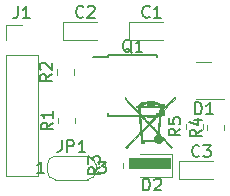
<source format=gbr>
%TF.GenerationSoftware,KiCad,Pcbnew,7.0.1-0*%
%TF.CreationDate,2023-04-25T00:20:10+03:00*%
%TF.ProjectId,power switch with delay,706f7765-7220-4737-9769-746368207769,rev?*%
%TF.SameCoordinates,Original*%
%TF.FileFunction,Legend,Top*%
%TF.FilePolarity,Positive*%
%FSLAX46Y46*%
G04 Gerber Fmt 4.6, Leading zero omitted, Abs format (unit mm)*
G04 Created by KiCad (PCBNEW 7.0.1-0) date 2023-04-25 00:20:10*
%MOMM*%
%LPD*%
G01*
G04 APERTURE LIST*
%ADD10C,0.150000*%
%ADD11C,0.010000*%
%ADD12C,0.120000*%
G04 APERTURE END LIST*
D10*
%TO.C,R5*%
X128612619Y-98079166D02*
X128136428Y-98412499D01*
X128612619Y-98650594D02*
X127612619Y-98650594D01*
X127612619Y-98650594D02*
X127612619Y-98269642D01*
X127612619Y-98269642D02*
X127660238Y-98174404D01*
X127660238Y-98174404D02*
X127707857Y-98126785D01*
X127707857Y-98126785D02*
X127803095Y-98079166D01*
X127803095Y-98079166D02*
X127945952Y-98079166D01*
X127945952Y-98079166D02*
X128041190Y-98126785D01*
X128041190Y-98126785D02*
X128088809Y-98174404D01*
X128088809Y-98174404D02*
X128136428Y-98269642D01*
X128136428Y-98269642D02*
X128136428Y-98650594D01*
X127612619Y-97174404D02*
X127612619Y-97650594D01*
X127612619Y-97650594D02*
X128088809Y-97698213D01*
X128088809Y-97698213D02*
X128041190Y-97650594D01*
X128041190Y-97650594D02*
X127993571Y-97555356D01*
X127993571Y-97555356D02*
X127993571Y-97317261D01*
X127993571Y-97317261D02*
X128041190Y-97222023D01*
X128041190Y-97222023D02*
X128088809Y-97174404D01*
X128088809Y-97174404D02*
X128184047Y-97126785D01*
X128184047Y-97126785D02*
X128422142Y-97126785D01*
X128422142Y-97126785D02*
X128517380Y-97174404D01*
X128517380Y-97174404D02*
X128565000Y-97222023D01*
X128565000Y-97222023D02*
X128612619Y-97317261D01*
X128612619Y-97317261D02*
X128612619Y-97555356D01*
X128612619Y-97555356D02*
X128565000Y-97650594D01*
X128565000Y-97650594D02*
X128517380Y-97698213D01*
%TO.C,R4*%
X130412619Y-98166666D02*
X129936428Y-98499999D01*
X130412619Y-98738094D02*
X129412619Y-98738094D01*
X129412619Y-98738094D02*
X129412619Y-98357142D01*
X129412619Y-98357142D02*
X129460238Y-98261904D01*
X129460238Y-98261904D02*
X129507857Y-98214285D01*
X129507857Y-98214285D02*
X129603095Y-98166666D01*
X129603095Y-98166666D02*
X129745952Y-98166666D01*
X129745952Y-98166666D02*
X129841190Y-98214285D01*
X129841190Y-98214285D02*
X129888809Y-98261904D01*
X129888809Y-98261904D02*
X129936428Y-98357142D01*
X129936428Y-98357142D02*
X129936428Y-98738094D01*
X129745952Y-97309523D02*
X130412619Y-97309523D01*
X129365000Y-97547618D02*
X130079285Y-97785713D01*
X130079285Y-97785713D02*
X130079285Y-97166666D01*
%TO.C,R3*%
X121812619Y-101366666D02*
X121336428Y-101699999D01*
X121812619Y-101938094D02*
X120812619Y-101938094D01*
X120812619Y-101938094D02*
X120812619Y-101557142D01*
X120812619Y-101557142D02*
X120860238Y-101461904D01*
X120860238Y-101461904D02*
X120907857Y-101414285D01*
X120907857Y-101414285D02*
X121003095Y-101366666D01*
X121003095Y-101366666D02*
X121145952Y-101366666D01*
X121145952Y-101366666D02*
X121241190Y-101414285D01*
X121241190Y-101414285D02*
X121288809Y-101461904D01*
X121288809Y-101461904D02*
X121336428Y-101557142D01*
X121336428Y-101557142D02*
X121336428Y-101938094D01*
X120812619Y-101033332D02*
X120812619Y-100414285D01*
X120812619Y-100414285D02*
X121193571Y-100747618D01*
X121193571Y-100747618D02*
X121193571Y-100604761D01*
X121193571Y-100604761D02*
X121241190Y-100509523D01*
X121241190Y-100509523D02*
X121288809Y-100461904D01*
X121288809Y-100461904D02*
X121384047Y-100414285D01*
X121384047Y-100414285D02*
X121622142Y-100414285D01*
X121622142Y-100414285D02*
X121717380Y-100461904D01*
X121717380Y-100461904D02*
X121765000Y-100509523D01*
X121765000Y-100509523D02*
X121812619Y-100604761D01*
X121812619Y-100604761D02*
X121812619Y-100890475D01*
X121812619Y-100890475D02*
X121765000Y-100985713D01*
X121765000Y-100985713D02*
X121717380Y-101033332D01*
%TO.C,R2*%
X117725119Y-93454166D02*
X117248928Y-93787499D01*
X117725119Y-94025594D02*
X116725119Y-94025594D01*
X116725119Y-94025594D02*
X116725119Y-93644642D01*
X116725119Y-93644642D02*
X116772738Y-93549404D01*
X116772738Y-93549404D02*
X116820357Y-93501785D01*
X116820357Y-93501785D02*
X116915595Y-93454166D01*
X116915595Y-93454166D02*
X117058452Y-93454166D01*
X117058452Y-93454166D02*
X117153690Y-93501785D01*
X117153690Y-93501785D02*
X117201309Y-93549404D01*
X117201309Y-93549404D02*
X117248928Y-93644642D01*
X117248928Y-93644642D02*
X117248928Y-94025594D01*
X116820357Y-93073213D02*
X116772738Y-93025594D01*
X116772738Y-93025594D02*
X116725119Y-92930356D01*
X116725119Y-92930356D02*
X116725119Y-92692261D01*
X116725119Y-92692261D02*
X116772738Y-92597023D01*
X116772738Y-92597023D02*
X116820357Y-92549404D01*
X116820357Y-92549404D02*
X116915595Y-92501785D01*
X116915595Y-92501785D02*
X117010833Y-92501785D01*
X117010833Y-92501785D02*
X117153690Y-92549404D01*
X117153690Y-92549404D02*
X117725119Y-93120832D01*
X117725119Y-93120832D02*
X117725119Y-92501785D01*
%TO.C,R1*%
X117812619Y-97566666D02*
X117336428Y-97899999D01*
X117812619Y-98138094D02*
X116812619Y-98138094D01*
X116812619Y-98138094D02*
X116812619Y-97757142D01*
X116812619Y-97757142D02*
X116860238Y-97661904D01*
X116860238Y-97661904D02*
X116907857Y-97614285D01*
X116907857Y-97614285D02*
X117003095Y-97566666D01*
X117003095Y-97566666D02*
X117145952Y-97566666D01*
X117145952Y-97566666D02*
X117241190Y-97614285D01*
X117241190Y-97614285D02*
X117288809Y-97661904D01*
X117288809Y-97661904D02*
X117336428Y-97757142D01*
X117336428Y-97757142D02*
X117336428Y-98138094D01*
X117812619Y-96614285D02*
X117812619Y-97185713D01*
X117812619Y-96899999D02*
X116812619Y-96899999D01*
X116812619Y-96899999D02*
X116955476Y-96995237D01*
X116955476Y-96995237D02*
X117050714Y-97090475D01*
X117050714Y-97090475D02*
X117098333Y-97185713D01*
%TO.C,Q1*%
X124504761Y-91657857D02*
X124409523Y-91610238D01*
X124409523Y-91610238D02*
X124314285Y-91515000D01*
X124314285Y-91515000D02*
X124171428Y-91372142D01*
X124171428Y-91372142D02*
X124076190Y-91324523D01*
X124076190Y-91324523D02*
X123980952Y-91324523D01*
X124028571Y-91562619D02*
X123933333Y-91515000D01*
X123933333Y-91515000D02*
X123838095Y-91419761D01*
X123838095Y-91419761D02*
X123790476Y-91229285D01*
X123790476Y-91229285D02*
X123790476Y-90895952D01*
X123790476Y-90895952D02*
X123838095Y-90705476D01*
X123838095Y-90705476D02*
X123933333Y-90610238D01*
X123933333Y-90610238D02*
X124028571Y-90562619D01*
X124028571Y-90562619D02*
X124219047Y-90562619D01*
X124219047Y-90562619D02*
X124314285Y-90610238D01*
X124314285Y-90610238D02*
X124409523Y-90705476D01*
X124409523Y-90705476D02*
X124457142Y-90895952D01*
X124457142Y-90895952D02*
X124457142Y-91229285D01*
X124457142Y-91229285D02*
X124409523Y-91419761D01*
X124409523Y-91419761D02*
X124314285Y-91515000D01*
X124314285Y-91515000D02*
X124219047Y-91562619D01*
X124219047Y-91562619D02*
X124028571Y-91562619D01*
X125409523Y-91562619D02*
X124838095Y-91562619D01*
X125123809Y-91562619D02*
X125123809Y-90562619D01*
X125123809Y-90562619D02*
X125028571Y-90705476D01*
X125028571Y-90705476D02*
X124933333Y-90800714D01*
X124933333Y-90800714D02*
X124838095Y-90848333D01*
%TO.C,JP1*%
X118566666Y-99062619D02*
X118566666Y-99776904D01*
X118566666Y-99776904D02*
X118519047Y-99919761D01*
X118519047Y-99919761D02*
X118423809Y-100015000D01*
X118423809Y-100015000D02*
X118280952Y-100062619D01*
X118280952Y-100062619D02*
X118185714Y-100062619D01*
X119042857Y-100062619D02*
X119042857Y-99062619D01*
X119042857Y-99062619D02*
X119423809Y-99062619D01*
X119423809Y-99062619D02*
X119519047Y-99110238D01*
X119519047Y-99110238D02*
X119566666Y-99157857D01*
X119566666Y-99157857D02*
X119614285Y-99253095D01*
X119614285Y-99253095D02*
X119614285Y-99395952D01*
X119614285Y-99395952D02*
X119566666Y-99491190D01*
X119566666Y-99491190D02*
X119519047Y-99538809D01*
X119519047Y-99538809D02*
X119423809Y-99586428D01*
X119423809Y-99586428D02*
X119042857Y-99586428D01*
X120566666Y-100062619D02*
X119995238Y-100062619D01*
X120280952Y-100062619D02*
X120280952Y-99062619D01*
X120280952Y-99062619D02*
X120185714Y-99205476D01*
X120185714Y-99205476D02*
X120090476Y-99300714D01*
X120090476Y-99300714D02*
X119995238Y-99348333D01*
X117085714Y-101862619D02*
X116514286Y-101862619D01*
X116800000Y-101862619D02*
X116800000Y-100862619D01*
X116800000Y-100862619D02*
X116704762Y-101005476D01*
X116704762Y-101005476D02*
X116609524Y-101100714D01*
X116609524Y-101100714D02*
X116514286Y-101148333D01*
X121666667Y-100862619D02*
X122285714Y-100862619D01*
X122285714Y-100862619D02*
X121952381Y-101243571D01*
X121952381Y-101243571D02*
X122095238Y-101243571D01*
X122095238Y-101243571D02*
X122190476Y-101291190D01*
X122190476Y-101291190D02*
X122238095Y-101338809D01*
X122238095Y-101338809D02*
X122285714Y-101434047D01*
X122285714Y-101434047D02*
X122285714Y-101672142D01*
X122285714Y-101672142D02*
X122238095Y-101767380D01*
X122238095Y-101767380D02*
X122190476Y-101815000D01*
X122190476Y-101815000D02*
X122095238Y-101862619D01*
X122095238Y-101862619D02*
X121809524Y-101862619D01*
X121809524Y-101862619D02*
X121714286Y-101815000D01*
X121714286Y-101815000D02*
X121666667Y-101767380D01*
%TO.C,J1*%
X114866666Y-87732619D02*
X114866666Y-88446904D01*
X114866666Y-88446904D02*
X114819047Y-88589761D01*
X114819047Y-88589761D02*
X114723809Y-88685000D01*
X114723809Y-88685000D02*
X114580952Y-88732619D01*
X114580952Y-88732619D02*
X114485714Y-88732619D01*
X115866666Y-88732619D02*
X115295238Y-88732619D01*
X115580952Y-88732619D02*
X115580952Y-87732619D01*
X115580952Y-87732619D02*
X115485714Y-87875476D01*
X115485714Y-87875476D02*
X115390476Y-87970714D01*
X115390476Y-87970714D02*
X115295238Y-88018333D01*
%TO.C,D2*%
X125461905Y-103312619D02*
X125461905Y-102312619D01*
X125461905Y-102312619D02*
X125700000Y-102312619D01*
X125700000Y-102312619D02*
X125842857Y-102360238D01*
X125842857Y-102360238D02*
X125938095Y-102455476D01*
X125938095Y-102455476D02*
X125985714Y-102550714D01*
X125985714Y-102550714D02*
X126033333Y-102741190D01*
X126033333Y-102741190D02*
X126033333Y-102884047D01*
X126033333Y-102884047D02*
X125985714Y-103074523D01*
X125985714Y-103074523D02*
X125938095Y-103169761D01*
X125938095Y-103169761D02*
X125842857Y-103265000D01*
X125842857Y-103265000D02*
X125700000Y-103312619D01*
X125700000Y-103312619D02*
X125461905Y-103312619D01*
X126414286Y-102407857D02*
X126461905Y-102360238D01*
X126461905Y-102360238D02*
X126557143Y-102312619D01*
X126557143Y-102312619D02*
X126795238Y-102312619D01*
X126795238Y-102312619D02*
X126890476Y-102360238D01*
X126890476Y-102360238D02*
X126938095Y-102407857D01*
X126938095Y-102407857D02*
X126985714Y-102503095D01*
X126985714Y-102503095D02*
X126985714Y-102598333D01*
X126985714Y-102598333D02*
X126938095Y-102741190D01*
X126938095Y-102741190D02*
X126366667Y-103312619D01*
X126366667Y-103312619D02*
X126985714Y-103312619D01*
%TO.C,D1*%
X129861905Y-96862619D02*
X129861905Y-95862619D01*
X129861905Y-95862619D02*
X130100000Y-95862619D01*
X130100000Y-95862619D02*
X130242857Y-95910238D01*
X130242857Y-95910238D02*
X130338095Y-96005476D01*
X130338095Y-96005476D02*
X130385714Y-96100714D01*
X130385714Y-96100714D02*
X130433333Y-96291190D01*
X130433333Y-96291190D02*
X130433333Y-96434047D01*
X130433333Y-96434047D02*
X130385714Y-96624523D01*
X130385714Y-96624523D02*
X130338095Y-96719761D01*
X130338095Y-96719761D02*
X130242857Y-96815000D01*
X130242857Y-96815000D02*
X130100000Y-96862619D01*
X130100000Y-96862619D02*
X129861905Y-96862619D01*
X131385714Y-96862619D02*
X130814286Y-96862619D01*
X131100000Y-96862619D02*
X131100000Y-95862619D01*
X131100000Y-95862619D02*
X131004762Y-96005476D01*
X131004762Y-96005476D02*
X130909524Y-96100714D01*
X130909524Y-96100714D02*
X130814286Y-96148333D01*
%TO.C,C3*%
X130233333Y-100387380D02*
X130185714Y-100435000D01*
X130185714Y-100435000D02*
X130042857Y-100482619D01*
X130042857Y-100482619D02*
X129947619Y-100482619D01*
X129947619Y-100482619D02*
X129804762Y-100435000D01*
X129804762Y-100435000D02*
X129709524Y-100339761D01*
X129709524Y-100339761D02*
X129661905Y-100244523D01*
X129661905Y-100244523D02*
X129614286Y-100054047D01*
X129614286Y-100054047D02*
X129614286Y-99911190D01*
X129614286Y-99911190D02*
X129661905Y-99720714D01*
X129661905Y-99720714D02*
X129709524Y-99625476D01*
X129709524Y-99625476D02*
X129804762Y-99530238D01*
X129804762Y-99530238D02*
X129947619Y-99482619D01*
X129947619Y-99482619D02*
X130042857Y-99482619D01*
X130042857Y-99482619D02*
X130185714Y-99530238D01*
X130185714Y-99530238D02*
X130233333Y-99577857D01*
X130566667Y-99482619D02*
X131185714Y-99482619D01*
X131185714Y-99482619D02*
X130852381Y-99863571D01*
X130852381Y-99863571D02*
X130995238Y-99863571D01*
X130995238Y-99863571D02*
X131090476Y-99911190D01*
X131090476Y-99911190D02*
X131138095Y-99958809D01*
X131138095Y-99958809D02*
X131185714Y-100054047D01*
X131185714Y-100054047D02*
X131185714Y-100292142D01*
X131185714Y-100292142D02*
X131138095Y-100387380D01*
X131138095Y-100387380D02*
X131090476Y-100435000D01*
X131090476Y-100435000D02*
X130995238Y-100482619D01*
X130995238Y-100482619D02*
X130709524Y-100482619D01*
X130709524Y-100482619D02*
X130614286Y-100435000D01*
X130614286Y-100435000D02*
X130566667Y-100387380D01*
%TO.C,C2*%
X120408333Y-88587380D02*
X120360714Y-88635000D01*
X120360714Y-88635000D02*
X120217857Y-88682619D01*
X120217857Y-88682619D02*
X120122619Y-88682619D01*
X120122619Y-88682619D02*
X119979762Y-88635000D01*
X119979762Y-88635000D02*
X119884524Y-88539761D01*
X119884524Y-88539761D02*
X119836905Y-88444523D01*
X119836905Y-88444523D02*
X119789286Y-88254047D01*
X119789286Y-88254047D02*
X119789286Y-88111190D01*
X119789286Y-88111190D02*
X119836905Y-87920714D01*
X119836905Y-87920714D02*
X119884524Y-87825476D01*
X119884524Y-87825476D02*
X119979762Y-87730238D01*
X119979762Y-87730238D02*
X120122619Y-87682619D01*
X120122619Y-87682619D02*
X120217857Y-87682619D01*
X120217857Y-87682619D02*
X120360714Y-87730238D01*
X120360714Y-87730238D02*
X120408333Y-87777857D01*
X120789286Y-87777857D02*
X120836905Y-87730238D01*
X120836905Y-87730238D02*
X120932143Y-87682619D01*
X120932143Y-87682619D02*
X121170238Y-87682619D01*
X121170238Y-87682619D02*
X121265476Y-87730238D01*
X121265476Y-87730238D02*
X121313095Y-87777857D01*
X121313095Y-87777857D02*
X121360714Y-87873095D01*
X121360714Y-87873095D02*
X121360714Y-87968333D01*
X121360714Y-87968333D02*
X121313095Y-88111190D01*
X121313095Y-88111190D02*
X120741667Y-88682619D01*
X120741667Y-88682619D02*
X121360714Y-88682619D01*
%TO.C,C1*%
X126008333Y-88587380D02*
X125960714Y-88635000D01*
X125960714Y-88635000D02*
X125817857Y-88682619D01*
X125817857Y-88682619D02*
X125722619Y-88682619D01*
X125722619Y-88682619D02*
X125579762Y-88635000D01*
X125579762Y-88635000D02*
X125484524Y-88539761D01*
X125484524Y-88539761D02*
X125436905Y-88444523D01*
X125436905Y-88444523D02*
X125389286Y-88254047D01*
X125389286Y-88254047D02*
X125389286Y-88111190D01*
X125389286Y-88111190D02*
X125436905Y-87920714D01*
X125436905Y-87920714D02*
X125484524Y-87825476D01*
X125484524Y-87825476D02*
X125579762Y-87730238D01*
X125579762Y-87730238D02*
X125722619Y-87682619D01*
X125722619Y-87682619D02*
X125817857Y-87682619D01*
X125817857Y-87682619D02*
X125960714Y-87730238D01*
X125960714Y-87730238D02*
X126008333Y-87777857D01*
X126960714Y-88682619D02*
X126389286Y-88682619D01*
X126675000Y-88682619D02*
X126675000Y-87682619D01*
X126675000Y-87682619D02*
X126579762Y-87825476D01*
X126579762Y-87825476D02*
X126484524Y-87920714D01*
X126484524Y-87920714D02*
X126389286Y-87968333D01*
%TO.C,REF\u002A\u002A*%
D11*
X127747822Y-101417822D02*
X124227029Y-101417822D01*
X124227029Y-100550198D01*
X127747822Y-100550198D01*
X127747822Y-101417822D01*
G36*
X127747822Y-101417822D02*
G01*
X124227029Y-101417822D01*
X124227029Y-100550198D01*
X127747822Y-100550198D01*
X127747822Y-101417822D01*
G37*
X125012520Y-96152334D02*
X125151384Y-96152334D01*
X125158692Y-96159462D01*
X125184007Y-96161662D01*
X125201092Y-96161782D01*
X125258119Y-96161782D01*
X125470779Y-96161782D01*
X126885302Y-96161782D01*
X126837458Y-96112786D01*
X126763150Y-96052324D01*
X126671184Y-96005691D01*
X126560002Y-95972249D01*
X126449529Y-95953753D01*
X126377227Y-95945122D01*
X126377227Y-96036040D01*
X125798812Y-96036040D01*
X125798812Y-95932893D01*
X125713935Y-95941496D01*
X125654632Y-95948756D01*
X125591449Y-95958379D01*
X125553614Y-95965252D01*
X125478168Y-95980407D01*
X125474474Y-96071095D01*
X125470779Y-96161782D01*
X125258119Y-96161782D01*
X125258119Y-96111485D01*
X125256456Y-96079976D01*
X125252303Y-96062463D01*
X125250629Y-96061188D01*
X125232013Y-96069254D01*
X125204817Y-96088820D01*
X125177552Y-96112944D01*
X125158733Y-96134682D01*
X125157057Y-96137508D01*
X125151384Y-96152334D01*
X125012520Y-96152334D01*
X125020338Y-96143081D01*
X125024558Y-96129604D01*
X125041781Y-96094627D01*
X125074862Y-96052579D01*
X125118107Y-96009356D01*
X125165826Y-95970854D01*
X125197170Y-95950801D01*
X125232877Y-95928851D01*
X125251181Y-95910411D01*
X125257612Y-95888668D01*
X125258106Y-95875718D01*
X125258106Y-95872575D01*
X125899406Y-95872575D01*
X125899406Y-95935446D01*
X126276633Y-95935446D01*
X126276633Y-95872575D01*
X125899406Y-95872575D01*
X125258106Y-95872575D01*
X125258119Y-95834852D01*
X125363952Y-95834852D01*
X125412645Y-95836029D01*
X125450595Y-95839165D01*
X125471692Y-95843671D01*
X125473977Y-95845495D01*
X125487359Y-95848295D01*
X125519926Y-95847148D01*
X125566084Y-95842393D01*
X125597624Y-95838003D01*
X125654812Y-95829378D01*
X125707114Y-95821591D01*
X125746418Y-95815847D01*
X125757945Y-95814215D01*
X125788063Y-95804888D01*
X125798812Y-95790272D01*
X125802080Y-95784320D01*
X125813770Y-95779778D01*
X125836712Y-95776470D01*
X125873735Y-95774215D01*
X125927668Y-95772834D01*
X126001340Y-95772150D01*
X126088020Y-95771980D01*
X126180529Y-95772077D01*
X126250906Y-95772530D01*
X126302164Y-95773590D01*
X126337320Y-95775503D01*
X126359389Y-95778519D01*
X126371385Y-95782885D01*
X126376324Y-95788849D01*
X126377227Y-95795784D01*
X126384921Y-95817795D01*
X126410121Y-95830321D01*
X126456009Y-95834788D01*
X126464264Y-95834852D01*
X126541973Y-95842868D01*
X126630233Y-95864936D01*
X126721085Y-95898084D01*
X126806570Y-95939339D01*
X126878726Y-95985731D01*
X126888072Y-95993082D01*
X126918533Y-96016998D01*
X126936572Y-96026576D01*
X126949169Y-96023480D01*
X126962100Y-96010704D01*
X127000293Y-95985678D01*
X127049998Y-95976071D01*
X127103524Y-95981067D01*
X127153178Y-95999851D01*
X127191267Y-96031606D01*
X127194025Y-96035297D01*
X127222526Y-96094575D01*
X127227828Y-96155934D01*
X127210518Y-96214427D01*
X127171180Y-96265104D01*
X127166370Y-96269289D01*
X127138440Y-96289167D01*
X127110102Y-96297921D01*
X127070263Y-96298553D01*
X127060311Y-96297992D01*
X127021332Y-96296562D01*
X127001254Y-96299839D01*
X126993985Y-96309728D01*
X126993240Y-96318961D01*
X126991716Y-96345744D01*
X126987935Y-96386025D01*
X126985218Y-96410124D01*
X126981277Y-96448401D01*
X126982916Y-96467996D01*
X126992421Y-96475158D01*
X127009351Y-96476139D01*
X127019392Y-96472901D01*
X127035590Y-96462420D01*
X127059145Y-96443548D01*
X127091257Y-96415135D01*
X127133128Y-96376035D01*
X127185957Y-96325097D01*
X127250945Y-96261173D01*
X127329291Y-96183114D01*
X127422197Y-96089772D01*
X127530863Y-95979998D01*
X127583231Y-95926952D01*
X128125049Y-95377767D01*
X128124430Y-95464848D01*
X128123811Y-95551931D01*
X127672086Y-96010891D01*
X127220361Y-96469852D01*
X127220032Y-96680471D01*
X127219703Y-96891089D01*
X126944610Y-96891089D01*
X126937522Y-96944530D01*
X126934838Y-96968888D01*
X126930313Y-97014759D01*
X126924191Y-97079405D01*
X126916712Y-97160091D01*
X126908119Y-97254081D01*
X126898654Y-97358637D01*
X126888558Y-97471025D01*
X126878074Y-97588507D01*
X126867444Y-97708348D01*
X126856909Y-97827811D01*
X126846713Y-97944159D01*
X126837095Y-98054657D01*
X126828300Y-98156569D01*
X126820568Y-98247158D01*
X126814142Y-98323687D01*
X126809263Y-98383421D01*
X126806175Y-98423624D01*
X126805117Y-98441559D01*
X126805118Y-98441644D01*
X126812827Y-98456035D01*
X126835981Y-98485748D01*
X126874895Y-98531131D01*
X126929884Y-98592529D01*
X127001264Y-98670288D01*
X127089349Y-98764754D01*
X127194454Y-98876272D01*
X127316895Y-99005188D01*
X127351310Y-99041287D01*
X127897137Y-99613416D01*
X127808881Y-99701436D01*
X127737485Y-99623758D01*
X127711366Y-99595686D01*
X127670566Y-99552274D01*
X127617777Y-99496366D01*
X127555691Y-99430808D01*
X127487000Y-99358441D01*
X127414396Y-99282112D01*
X127370960Y-99236524D01*
X127289416Y-99151119D01*
X127223504Y-99082710D01*
X127171544Y-99030053D01*
X127131855Y-98991905D01*
X127102757Y-98967020D01*
X127082569Y-98954156D01*
X127069610Y-98952068D01*
X127062200Y-98959513D01*
X127058658Y-98975246D01*
X127057303Y-98998023D01*
X127057121Y-99004239D01*
X127047703Y-99047061D01*
X127024497Y-99098819D01*
X126992136Y-99151328D01*
X126955252Y-99196403D01*
X126940493Y-99210328D01*
X126864767Y-99259047D01*
X126776308Y-99286306D01*
X126698100Y-99292773D01*
X126609468Y-99280576D01*
X126527612Y-99244813D01*
X126455164Y-99186722D01*
X126441797Y-99172262D01*
X126392918Y-99116733D01*
X125547326Y-99116733D01*
X125547326Y-99292773D01*
X125320990Y-99292773D01*
X125320990Y-99210531D01*
X125318150Y-99154386D01*
X125308607Y-99115416D01*
X125297009Y-99094219D01*
X125288723Y-99079052D01*
X125281627Y-99057062D01*
X125275252Y-99024987D01*
X125269128Y-98979569D01*
X125262784Y-98917548D01*
X125255750Y-98835662D01*
X125250934Y-98774746D01*
X125228839Y-98489343D01*
X124686435Y-99038805D01*
X124588363Y-99138228D01*
X124494216Y-99233815D01*
X124405715Y-99323810D01*
X124324580Y-99406457D01*
X124252531Y-99480001D01*
X124191288Y-99542684D01*
X124142573Y-99592752D01*
X124108104Y-99628448D01*
X124089621Y-99647995D01*
X124059257Y-99678944D01*
X124033929Y-99700530D01*
X124020305Y-99707723D01*
X124002905Y-99699297D01*
X123977540Y-99678245D01*
X123968942Y-99669671D01*
X123932486Y-99631620D01*
X124133198Y-99427658D01*
X124184404Y-99375699D01*
X124250431Y-99308820D01*
X124328382Y-99229950D01*
X124415362Y-99142014D01*
X124508474Y-99047941D01*
X124604821Y-98950658D01*
X124701508Y-98853093D01*
X124770866Y-98783145D01*
X124876297Y-98676550D01*
X124964871Y-98586307D01*
X125037719Y-98511192D01*
X125095977Y-98449986D01*
X125140775Y-98401466D01*
X125162979Y-98376129D01*
X125341276Y-98376129D01*
X125363599Y-98661555D01*
X125370331Y-98745219D01*
X125376843Y-98821727D01*
X125382766Y-98887081D01*
X125387732Y-98937281D01*
X125391371Y-98968329D01*
X125392542Y-98975273D01*
X125399162Y-99003565D01*
X126348636Y-99003565D01*
X126354974Y-98924606D01*
X126374110Y-98831315D01*
X126414154Y-98748791D01*
X126472582Y-98680038D01*
X126546871Y-98628063D01*
X126630252Y-98596863D01*
X126657302Y-98582228D01*
X126670844Y-98550819D01*
X126671128Y-98549434D01*
X126672753Y-98536174D01*
X126670744Y-98522595D01*
X126663142Y-98506181D01*
X126647984Y-98484411D01*
X126623312Y-98454767D01*
X126587164Y-98414732D01*
X126537580Y-98361785D01*
X126472599Y-98293409D01*
X126468401Y-98289005D01*
X126398507Y-98215611D01*
X126324200Y-98137437D01*
X126250586Y-98059864D01*
X126182771Y-97988275D01*
X126125860Y-97928051D01*
X126113168Y-97914587D01*
X126064513Y-97863820D01*
X126021291Y-97820375D01*
X125986605Y-97787241D01*
X125963556Y-97767405D01*
X125955818Y-97763046D01*
X125944278Y-97772170D01*
X125917290Y-97797200D01*
X125876979Y-97836052D01*
X125825471Y-97886643D01*
X125764891Y-97946888D01*
X125697364Y-98014704D01*
X125642174Y-98070565D01*
X125341276Y-98376129D01*
X125162979Y-98376129D01*
X125173249Y-98364411D01*
X125194529Y-98337599D01*
X125205749Y-98319808D01*
X125208246Y-98311570D01*
X125207300Y-98293590D01*
X125204427Y-98252892D01*
X125199813Y-98191819D01*
X125193642Y-98112713D01*
X125186102Y-98017914D01*
X125177379Y-97909767D01*
X125167657Y-97790612D01*
X125157124Y-97662791D01*
X125148635Y-97560635D01*
X125100604Y-96984674D01*
X125224195Y-96984674D01*
X125224727Y-96997104D01*
X125227231Y-97032110D01*
X125231504Y-97087215D01*
X125237347Y-97159943D01*
X125244557Y-97247814D01*
X125252934Y-97348351D01*
X125262277Y-97459077D01*
X125271242Y-97564205D01*
X125281398Y-97683483D01*
X125290858Y-97796080D01*
X125299404Y-97899305D01*
X125306821Y-97990473D01*
X125312892Y-98066895D01*
X125317399Y-98125883D01*
X125320127Y-98164749D01*
X125320884Y-98179844D01*
X125322065Y-98189238D01*
X125326744Y-98192966D01*
X125336724Y-98189471D01*
X125353810Y-98177199D01*
X125379804Y-98154594D01*
X125416510Y-98120100D01*
X125465733Y-98072162D01*
X125529274Y-98009224D01*
X125596695Y-97941968D01*
X125872399Y-97666477D01*
X125870467Y-97664406D01*
X126052710Y-97664406D01*
X126061016Y-97675780D01*
X126084267Y-97702563D01*
X126120135Y-97742292D01*
X126166287Y-97792507D01*
X126220394Y-97850746D01*
X126280126Y-97914547D01*
X126343152Y-97981449D01*
X126407142Y-98048990D01*
X126469764Y-98114710D01*
X126528690Y-98176146D01*
X126581588Y-98230837D01*
X126626128Y-98276322D01*
X126659980Y-98310138D01*
X126680812Y-98329826D01*
X126686494Y-98333837D01*
X126688366Y-98320891D01*
X126692254Y-98285134D01*
X126697943Y-98228804D01*
X126705219Y-98154140D01*
X126713869Y-98063380D01*
X126723678Y-97958762D01*
X126734434Y-97842526D01*
X126745921Y-97716908D01*
X126755093Y-97615618D01*
X126766826Y-97484279D01*
X126777665Y-97360552D01*
X126787430Y-97246681D01*
X126795937Y-97144911D01*
X126803005Y-97057487D01*
X126808451Y-96986653D01*
X126812092Y-96934653D01*
X126813747Y-96903732D01*
X126813558Y-96895703D01*
X126803666Y-96902854D01*
X126778476Y-96925841D01*
X126740190Y-96962439D01*
X126691011Y-97010422D01*
X126633139Y-97067566D01*
X126568778Y-97131647D01*
X126500129Y-97200438D01*
X126429395Y-97271716D01*
X126358778Y-97343255D01*
X126290480Y-97412830D01*
X126226704Y-97478217D01*
X126169650Y-97537191D01*
X126121522Y-97587527D01*
X126084522Y-97626999D01*
X126060852Y-97653383D01*
X126052710Y-97664406D01*
X125870467Y-97664406D01*
X125769591Y-97556295D01*
X125717232Y-97500377D01*
X125658465Y-97437948D01*
X125595615Y-97371443D01*
X125531005Y-97303298D01*
X125466958Y-97235948D01*
X125405797Y-97171828D01*
X125349847Y-97113372D01*
X125301430Y-97063018D01*
X125262870Y-97023198D01*
X125236491Y-96996350D01*
X125224616Y-96984908D01*
X125224195Y-96984674D01*
X125100604Y-96984674D01*
X125088599Y-96840726D01*
X124488062Y-96209158D01*
X123887525Y-95577589D01*
X123887966Y-95489315D01*
X123888408Y-95401040D01*
X123985417Y-95504666D01*
X124039709Y-95562463D01*
X124103808Y-95630368D01*
X124175984Y-95706572D01*
X124254508Y-95789269D01*
X124337651Y-95876653D01*
X124423681Y-95966915D01*
X124510870Y-96058250D01*
X124597487Y-96148849D01*
X124681803Y-96236907D01*
X124762088Y-96320615D01*
X124836613Y-96398167D01*
X124903646Y-96467757D01*
X124961459Y-96527576D01*
X125008321Y-96575818D01*
X125042504Y-96610676D01*
X125062276Y-96630343D01*
X125066610Y-96634116D01*
X125066908Y-96620992D01*
X125065269Y-96587389D01*
X125061977Y-96537880D01*
X125057318Y-96477037D01*
X125055318Y-96452732D01*
X125040423Y-96274951D01*
X125157045Y-96274951D01*
X125163066Y-96303243D01*
X125166137Y-96325618D01*
X125170452Y-96367717D01*
X125175512Y-96424178D01*
X125180819Y-96489635D01*
X125182656Y-96513862D01*
X125188073Y-96583421D01*
X125193541Y-96648018D01*
X125198512Y-96701548D01*
X125202439Y-96737910D01*
X125203325Y-96744509D01*
X125206666Y-96758056D01*
X125213899Y-96773914D01*
X125226560Y-96793861D01*
X125246189Y-96819673D01*
X125274322Y-96853129D01*
X125312498Y-96896007D01*
X125362254Y-96950083D01*
X125425129Y-97017136D01*
X125502659Y-97098943D01*
X125581749Y-97181950D01*
X125660436Y-97264094D01*
X125733888Y-97340169D01*
X125800276Y-97408325D01*
X125857773Y-97466712D01*
X125904549Y-97513481D01*
X125938776Y-97546782D01*
X125958627Y-97564767D01*
X125962860Y-97567442D01*
X125973997Y-97557741D01*
X126000029Y-97532441D01*
X126038430Y-97494082D01*
X126086672Y-97445200D01*
X126142230Y-97388334D01*
X126182408Y-97346906D01*
X126392169Y-97130000D01*
X125773663Y-97130000D01*
X125773663Y-96891089D01*
X126528119Y-96891089D01*
X126528119Y-96997542D01*
X126666435Y-96859654D01*
X126764553Y-96761840D01*
X126955643Y-96761840D01*
X126957471Y-96777270D01*
X126966723Y-96785867D01*
X126989050Y-96789613D01*
X127030105Y-96790489D01*
X127037376Y-96790495D01*
X127119109Y-96790495D01*
X127119109Y-96571172D01*
X127037376Y-96652179D01*
X126991270Y-96701428D01*
X126963694Y-96739159D01*
X126955643Y-96761840D01*
X126764553Y-96761840D01*
X126804752Y-96721766D01*
X126804752Y-96598952D01*
X126805137Y-96542450D01*
X126806900Y-96506505D01*
X126810950Y-96486530D01*
X126818199Y-96477937D01*
X126829130Y-96476139D01*
X126841288Y-96473498D01*
X126850273Y-96462912D01*
X126857174Y-96440381D01*
X126863076Y-96401909D01*
X126869065Y-96343498D01*
X126870987Y-96322104D01*
X126875148Y-96274951D01*
X125157045Y-96274951D01*
X125040423Y-96274951D01*
X124880891Y-96274951D01*
X124880891Y-96161782D01*
X124948686Y-96161782D01*
X124988338Y-96160696D01*
X125009884Y-96155454D01*
X125012520Y-96152334D01*
G36*
X125012520Y-96152334D02*
G01*
X125151384Y-96152334D01*
X125158692Y-96159462D01*
X125184007Y-96161662D01*
X125201092Y-96161782D01*
X125258119Y-96161782D01*
X125470779Y-96161782D01*
X126885302Y-96161782D01*
X126837458Y-96112786D01*
X126763150Y-96052324D01*
X126671184Y-96005691D01*
X126560002Y-95972249D01*
X126449529Y-95953753D01*
X126377227Y-95945122D01*
X126377227Y-96036040D01*
X125798812Y-96036040D01*
X125798812Y-95932893D01*
X125713935Y-95941496D01*
X125654632Y-95948756D01*
X125591449Y-95958379D01*
X125553614Y-95965252D01*
X125478168Y-95980407D01*
X125474474Y-96071095D01*
X125470779Y-96161782D01*
X125258119Y-96161782D01*
X125258119Y-96111485D01*
X125256456Y-96079976D01*
X125252303Y-96062463D01*
X125250629Y-96061188D01*
X125232013Y-96069254D01*
X125204817Y-96088820D01*
X125177552Y-96112944D01*
X125158733Y-96134682D01*
X125157057Y-96137508D01*
X125151384Y-96152334D01*
X125012520Y-96152334D01*
X125020338Y-96143081D01*
X125024558Y-96129604D01*
X125041781Y-96094627D01*
X125074862Y-96052579D01*
X125118107Y-96009356D01*
X125165826Y-95970854D01*
X125197170Y-95950801D01*
X125232877Y-95928851D01*
X125251181Y-95910411D01*
X125257612Y-95888668D01*
X125258106Y-95875718D01*
X125258106Y-95872575D01*
X125899406Y-95872575D01*
X125899406Y-95935446D01*
X126276633Y-95935446D01*
X126276633Y-95872575D01*
X125899406Y-95872575D01*
X125258106Y-95872575D01*
X125258119Y-95834852D01*
X125363952Y-95834852D01*
X125412645Y-95836029D01*
X125450595Y-95839165D01*
X125471692Y-95843671D01*
X125473977Y-95845495D01*
X125487359Y-95848295D01*
X125519926Y-95847148D01*
X125566084Y-95842393D01*
X125597624Y-95838003D01*
X125654812Y-95829378D01*
X125707114Y-95821591D01*
X125746418Y-95815847D01*
X125757945Y-95814215D01*
X125788063Y-95804888D01*
X125798812Y-95790272D01*
X125802080Y-95784320D01*
X125813770Y-95779778D01*
X125836712Y-95776470D01*
X125873735Y-95774215D01*
X125927668Y-95772834D01*
X126001340Y-95772150D01*
X126088020Y-95771980D01*
X126180529Y-95772077D01*
X126250906Y-95772530D01*
X126302164Y-95773590D01*
X126337320Y-95775503D01*
X126359389Y-95778519D01*
X126371385Y-95782885D01*
X126376324Y-95788849D01*
X126377227Y-95795784D01*
X126384921Y-95817795D01*
X126410121Y-95830321D01*
X126456009Y-95834788D01*
X126464264Y-95834852D01*
X126541973Y-95842868D01*
X126630233Y-95864936D01*
X126721085Y-95898084D01*
X126806570Y-95939339D01*
X126878726Y-95985731D01*
X126888072Y-95993082D01*
X126918533Y-96016998D01*
X126936572Y-96026576D01*
X126949169Y-96023480D01*
X126962100Y-96010704D01*
X127000293Y-95985678D01*
X127049998Y-95976071D01*
X127103524Y-95981067D01*
X127153178Y-95999851D01*
X127191267Y-96031606D01*
X127194025Y-96035297D01*
X127222526Y-96094575D01*
X127227828Y-96155934D01*
X127210518Y-96214427D01*
X127171180Y-96265104D01*
X127166370Y-96269289D01*
X127138440Y-96289167D01*
X127110102Y-96297921D01*
X127070263Y-96298553D01*
X127060311Y-96297992D01*
X127021332Y-96296562D01*
X127001254Y-96299839D01*
X126993985Y-96309728D01*
X126993240Y-96318961D01*
X126991716Y-96345744D01*
X126987935Y-96386025D01*
X126985218Y-96410124D01*
X126981277Y-96448401D01*
X126982916Y-96467996D01*
X126992421Y-96475158D01*
X127009351Y-96476139D01*
X127019392Y-96472901D01*
X127035590Y-96462420D01*
X127059145Y-96443548D01*
X127091257Y-96415135D01*
X127133128Y-96376035D01*
X127185957Y-96325097D01*
X127250945Y-96261173D01*
X127329291Y-96183114D01*
X127422197Y-96089772D01*
X127530863Y-95979998D01*
X127583231Y-95926952D01*
X128125049Y-95377767D01*
X128124430Y-95464848D01*
X128123811Y-95551931D01*
X127672086Y-96010891D01*
X127220361Y-96469852D01*
X127220032Y-96680471D01*
X127219703Y-96891089D01*
X126944610Y-96891089D01*
X126937522Y-96944530D01*
X126934838Y-96968888D01*
X126930313Y-97014759D01*
X126924191Y-97079405D01*
X126916712Y-97160091D01*
X126908119Y-97254081D01*
X126898654Y-97358637D01*
X126888558Y-97471025D01*
X126878074Y-97588507D01*
X126867444Y-97708348D01*
X126856909Y-97827811D01*
X126846713Y-97944159D01*
X126837095Y-98054657D01*
X126828300Y-98156569D01*
X126820568Y-98247158D01*
X126814142Y-98323687D01*
X126809263Y-98383421D01*
X126806175Y-98423624D01*
X126805117Y-98441559D01*
X126805118Y-98441644D01*
X126812827Y-98456035D01*
X126835981Y-98485748D01*
X126874895Y-98531131D01*
X126929884Y-98592529D01*
X127001264Y-98670288D01*
X127089349Y-98764754D01*
X127194454Y-98876272D01*
X127316895Y-99005188D01*
X127351310Y-99041287D01*
X127897137Y-99613416D01*
X127808881Y-99701436D01*
X127737485Y-99623758D01*
X127711366Y-99595686D01*
X127670566Y-99552274D01*
X127617777Y-99496366D01*
X127555691Y-99430808D01*
X127487000Y-99358441D01*
X127414396Y-99282112D01*
X127370960Y-99236524D01*
X127289416Y-99151119D01*
X127223504Y-99082710D01*
X127171544Y-99030053D01*
X127131855Y-98991905D01*
X127102757Y-98967020D01*
X127082569Y-98954156D01*
X127069610Y-98952068D01*
X127062200Y-98959513D01*
X127058658Y-98975246D01*
X127057303Y-98998023D01*
X127057121Y-99004239D01*
X127047703Y-99047061D01*
X127024497Y-99098819D01*
X126992136Y-99151328D01*
X126955252Y-99196403D01*
X126940493Y-99210328D01*
X126864767Y-99259047D01*
X126776308Y-99286306D01*
X126698100Y-99292773D01*
X126609468Y-99280576D01*
X126527612Y-99244813D01*
X126455164Y-99186722D01*
X126441797Y-99172262D01*
X126392918Y-99116733D01*
X125547326Y-99116733D01*
X125547326Y-99292773D01*
X125320990Y-99292773D01*
X125320990Y-99210531D01*
X125318150Y-99154386D01*
X125308607Y-99115416D01*
X125297009Y-99094219D01*
X125288723Y-99079052D01*
X125281627Y-99057062D01*
X125275252Y-99024987D01*
X125269128Y-98979569D01*
X125262784Y-98917548D01*
X125255750Y-98835662D01*
X125250934Y-98774746D01*
X125228839Y-98489343D01*
X124686435Y-99038805D01*
X124588363Y-99138228D01*
X124494216Y-99233815D01*
X124405715Y-99323810D01*
X124324580Y-99406457D01*
X124252531Y-99480001D01*
X124191288Y-99542684D01*
X124142573Y-99592752D01*
X124108104Y-99628448D01*
X124089621Y-99647995D01*
X124059257Y-99678944D01*
X124033929Y-99700530D01*
X124020305Y-99707723D01*
X124002905Y-99699297D01*
X123977540Y-99678245D01*
X123968942Y-99669671D01*
X123932486Y-99631620D01*
X124133198Y-99427658D01*
X124184404Y-99375699D01*
X124250431Y-99308820D01*
X124328382Y-99229950D01*
X124415362Y-99142014D01*
X124508474Y-99047941D01*
X124604821Y-98950658D01*
X124701508Y-98853093D01*
X124770866Y-98783145D01*
X124876297Y-98676550D01*
X124964871Y-98586307D01*
X125037719Y-98511192D01*
X125095977Y-98449986D01*
X125140775Y-98401466D01*
X125162979Y-98376129D01*
X125341276Y-98376129D01*
X125363599Y-98661555D01*
X125370331Y-98745219D01*
X125376843Y-98821727D01*
X125382766Y-98887081D01*
X125387732Y-98937281D01*
X125391371Y-98968329D01*
X125392542Y-98975273D01*
X125399162Y-99003565D01*
X126348636Y-99003565D01*
X126354974Y-98924606D01*
X126374110Y-98831315D01*
X126414154Y-98748791D01*
X126472582Y-98680038D01*
X126546871Y-98628063D01*
X126630252Y-98596863D01*
X126657302Y-98582228D01*
X126670844Y-98550819D01*
X126671128Y-98549434D01*
X126672753Y-98536174D01*
X126670744Y-98522595D01*
X126663142Y-98506181D01*
X126647984Y-98484411D01*
X126623312Y-98454767D01*
X126587164Y-98414732D01*
X126537580Y-98361785D01*
X126472599Y-98293409D01*
X126468401Y-98289005D01*
X126398507Y-98215611D01*
X126324200Y-98137437D01*
X126250586Y-98059864D01*
X126182771Y-97988275D01*
X126125860Y-97928051D01*
X126113168Y-97914587D01*
X126064513Y-97863820D01*
X126021291Y-97820375D01*
X125986605Y-97787241D01*
X125963556Y-97767405D01*
X125955818Y-97763046D01*
X125944278Y-97772170D01*
X125917290Y-97797200D01*
X125876979Y-97836052D01*
X125825471Y-97886643D01*
X125764891Y-97946888D01*
X125697364Y-98014704D01*
X125642174Y-98070565D01*
X125341276Y-98376129D01*
X125162979Y-98376129D01*
X125173249Y-98364411D01*
X125194529Y-98337599D01*
X125205749Y-98319808D01*
X125208246Y-98311570D01*
X125207300Y-98293590D01*
X125204427Y-98252892D01*
X125199813Y-98191819D01*
X125193642Y-98112713D01*
X125186102Y-98017914D01*
X125177379Y-97909767D01*
X125167657Y-97790612D01*
X125157124Y-97662791D01*
X125148635Y-97560635D01*
X125100604Y-96984674D01*
X125224195Y-96984674D01*
X125224727Y-96997104D01*
X125227231Y-97032110D01*
X125231504Y-97087215D01*
X125237347Y-97159943D01*
X125244557Y-97247814D01*
X125252934Y-97348351D01*
X125262277Y-97459077D01*
X125271242Y-97564205D01*
X125281398Y-97683483D01*
X125290858Y-97796080D01*
X125299404Y-97899305D01*
X125306821Y-97990473D01*
X125312892Y-98066895D01*
X125317399Y-98125883D01*
X125320127Y-98164749D01*
X125320884Y-98179844D01*
X125322065Y-98189238D01*
X125326744Y-98192966D01*
X125336724Y-98189471D01*
X125353810Y-98177199D01*
X125379804Y-98154594D01*
X125416510Y-98120100D01*
X125465733Y-98072162D01*
X125529274Y-98009224D01*
X125596695Y-97941968D01*
X125872399Y-97666477D01*
X125870467Y-97664406D01*
X126052710Y-97664406D01*
X126061016Y-97675780D01*
X126084267Y-97702563D01*
X126120135Y-97742292D01*
X126166287Y-97792507D01*
X126220394Y-97850746D01*
X126280126Y-97914547D01*
X126343152Y-97981449D01*
X126407142Y-98048990D01*
X126469764Y-98114710D01*
X126528690Y-98176146D01*
X126581588Y-98230837D01*
X126626128Y-98276322D01*
X126659980Y-98310138D01*
X126680812Y-98329826D01*
X126686494Y-98333837D01*
X126688366Y-98320891D01*
X126692254Y-98285134D01*
X126697943Y-98228804D01*
X126705219Y-98154140D01*
X126713869Y-98063380D01*
X126723678Y-97958762D01*
X126734434Y-97842526D01*
X126745921Y-97716908D01*
X126755093Y-97615618D01*
X126766826Y-97484279D01*
X126777665Y-97360552D01*
X126787430Y-97246681D01*
X126795937Y-97144911D01*
X126803005Y-97057487D01*
X126808451Y-96986653D01*
X126812092Y-96934653D01*
X126813747Y-96903732D01*
X126813558Y-96895703D01*
X126803666Y-96902854D01*
X126778476Y-96925841D01*
X126740190Y-96962439D01*
X126691011Y-97010422D01*
X126633139Y-97067566D01*
X126568778Y-97131647D01*
X126500129Y-97200438D01*
X126429395Y-97271716D01*
X126358778Y-97343255D01*
X126290480Y-97412830D01*
X126226704Y-97478217D01*
X126169650Y-97537191D01*
X126121522Y-97587527D01*
X126084522Y-97626999D01*
X126060852Y-97653383D01*
X126052710Y-97664406D01*
X125870467Y-97664406D01*
X125769591Y-97556295D01*
X125717232Y-97500377D01*
X125658465Y-97437948D01*
X125595615Y-97371443D01*
X125531005Y-97303298D01*
X125466958Y-97235948D01*
X125405797Y-97171828D01*
X125349847Y-97113372D01*
X125301430Y-97063018D01*
X125262870Y-97023198D01*
X125236491Y-96996350D01*
X125224616Y-96984908D01*
X125224195Y-96984674D01*
X125100604Y-96984674D01*
X125088599Y-96840726D01*
X124488062Y-96209158D01*
X123887525Y-95577589D01*
X123887966Y-95489315D01*
X123888408Y-95401040D01*
X123985417Y-95504666D01*
X124039709Y-95562463D01*
X124103808Y-95630368D01*
X124175984Y-95706572D01*
X124254508Y-95789269D01*
X124337651Y-95876653D01*
X124423681Y-95966915D01*
X124510870Y-96058250D01*
X124597487Y-96148849D01*
X124681803Y-96236907D01*
X124762088Y-96320615D01*
X124836613Y-96398167D01*
X124903646Y-96467757D01*
X124961459Y-96527576D01*
X125008321Y-96575818D01*
X125042504Y-96610676D01*
X125062276Y-96630343D01*
X125066610Y-96634116D01*
X125066908Y-96620992D01*
X125065269Y-96587389D01*
X125061977Y-96537880D01*
X125057318Y-96477037D01*
X125055318Y-96452732D01*
X125040423Y-96274951D01*
X125157045Y-96274951D01*
X125163066Y-96303243D01*
X125166137Y-96325618D01*
X125170452Y-96367717D01*
X125175512Y-96424178D01*
X125180819Y-96489635D01*
X125182656Y-96513862D01*
X125188073Y-96583421D01*
X125193541Y-96648018D01*
X125198512Y-96701548D01*
X125202439Y-96737910D01*
X125203325Y-96744509D01*
X125206666Y-96758056D01*
X125213899Y-96773914D01*
X125226560Y-96793861D01*
X125246189Y-96819673D01*
X125274322Y-96853129D01*
X125312498Y-96896007D01*
X125362254Y-96950083D01*
X125425129Y-97017136D01*
X125502659Y-97098943D01*
X125581749Y-97181950D01*
X125660436Y-97264094D01*
X125733888Y-97340169D01*
X125800276Y-97408325D01*
X125857773Y-97466712D01*
X125904549Y-97513481D01*
X125938776Y-97546782D01*
X125958627Y-97564767D01*
X125962860Y-97567442D01*
X125973997Y-97557741D01*
X126000029Y-97532441D01*
X126038430Y-97494082D01*
X126086672Y-97445200D01*
X126142230Y-97388334D01*
X126182408Y-97346906D01*
X126392169Y-97130000D01*
X125773663Y-97130000D01*
X125773663Y-96891089D01*
X126528119Y-96891089D01*
X126528119Y-96997542D01*
X126666435Y-96859654D01*
X126764553Y-96761840D01*
X126955643Y-96761840D01*
X126957471Y-96777270D01*
X126966723Y-96785867D01*
X126989050Y-96789613D01*
X127030105Y-96790489D01*
X127037376Y-96790495D01*
X127119109Y-96790495D01*
X127119109Y-96571172D01*
X127037376Y-96652179D01*
X126991270Y-96701428D01*
X126963694Y-96739159D01*
X126955643Y-96761840D01*
X126764553Y-96761840D01*
X126804752Y-96721766D01*
X126804752Y-96598952D01*
X126805137Y-96542450D01*
X126806900Y-96506505D01*
X126810950Y-96486530D01*
X126818199Y-96477937D01*
X126829130Y-96476139D01*
X126841288Y-96473498D01*
X126850273Y-96462912D01*
X126857174Y-96440381D01*
X126863076Y-96401909D01*
X126869065Y-96343498D01*
X126870987Y-96322104D01*
X126875148Y-96274951D01*
X125157045Y-96274951D01*
X125040423Y-96274951D01*
X124880891Y-96274951D01*
X124880891Y-96161782D01*
X124948686Y-96161782D01*
X124988338Y-96160696D01*
X125009884Y-96155454D01*
X125012520Y-96152334D01*
G37*
D12*
%TO.C,R5*%
X130535000Y-98139564D02*
X130535000Y-97685436D01*
X129065000Y-98139564D02*
X129065000Y-97685436D01*
%TO.C,R4*%
X130865000Y-98227064D02*
X130865000Y-97772936D01*
X132335000Y-98227064D02*
X132335000Y-97772936D01*
%TO.C,R3*%
X122265000Y-101427064D02*
X122265000Y-100972936D01*
X123735000Y-101427064D02*
X123735000Y-100972936D01*
%TO.C,R2*%
X119647500Y-93514564D02*
X119647500Y-93060436D01*
X118177500Y-93514564D02*
X118177500Y-93060436D01*
%TO.C,R1*%
X119735000Y-97627064D02*
X119735000Y-97172936D01*
X118265000Y-97627064D02*
X118265000Y-97172936D01*
D10*
%TO.C,Q1*%
X122525000Y-91825000D02*
X126675000Y-91825000D01*
X122525000Y-92025000D02*
X121225000Y-92025000D01*
X126675000Y-96975000D02*
X126675000Y-96775000D01*
X122525000Y-91825000D02*
X122525000Y-92025000D01*
X122525000Y-96975000D02*
X126675000Y-96975000D01*
X126675000Y-91825000D02*
X126675000Y-92025000D01*
X122525000Y-96975000D02*
X122525000Y-96775000D01*
D12*
%TO.C,JP1*%
X120800000Y-102400000D02*
X118000000Y-102400000D01*
X117350000Y-101700000D02*
X117350000Y-101100000D01*
X121450000Y-101100000D02*
X121450000Y-101700000D01*
X118000000Y-100400000D02*
X120800000Y-100400000D01*
X118050000Y-100400000D02*
G75*
G03*
X117350000Y-101100000I-1J-699999D01*
G01*
X121450000Y-101100000D02*
G75*
G03*
X120750000Y-100400000I-700000J0D01*
G01*
X117350000Y-101700000D02*
G75*
G03*
X118050000Y-102400000I699999J-1D01*
G01*
X120750000Y-102400000D02*
G75*
G03*
X121450000Y-101700000I0J700000D01*
G01*
%TO.C,J1*%
X116530000Y-91870000D02*
X116530000Y-102090000D01*
X113870000Y-89270000D02*
X115200000Y-89270000D01*
X113870000Y-91870000D02*
X113870000Y-102090000D01*
X113870000Y-102090000D02*
X116530000Y-102090000D01*
X113870000Y-91870000D02*
X116530000Y-91870000D01*
X113870000Y-90600000D02*
X113870000Y-89270000D01*
%TO.C,D2*%
X127885000Y-100240000D02*
X125200000Y-100240000D01*
X127885000Y-102160000D02*
X127885000Y-100240000D01*
X125200000Y-102160000D02*
X127885000Y-102160000D01*
%TO.C,D1*%
X130600000Y-92440000D02*
X131250000Y-92440000D01*
X130600000Y-95560000D02*
X132275000Y-95560000D01*
X130600000Y-92440000D02*
X129950000Y-92440000D01*
X130600000Y-95560000D02*
X129950000Y-95560000D01*
%TO.C,C3*%
X131400000Y-100815000D02*
X128515000Y-100815000D01*
X128515000Y-100815000D02*
X128515000Y-102385000D01*
X128515000Y-102385000D02*
X131400000Y-102385000D01*
%TO.C,C2*%
X118690000Y-90585000D02*
X121575000Y-90585000D01*
X118690000Y-89015000D02*
X118690000Y-90585000D01*
X121575000Y-89015000D02*
X118690000Y-89015000D01*
%TO.C,C1*%
X124290000Y-90585000D02*
X127175000Y-90585000D01*
X124290000Y-89015000D02*
X124290000Y-90585000D01*
X127175000Y-89015000D02*
X124290000Y-89015000D01*
%TD*%
M02*

</source>
